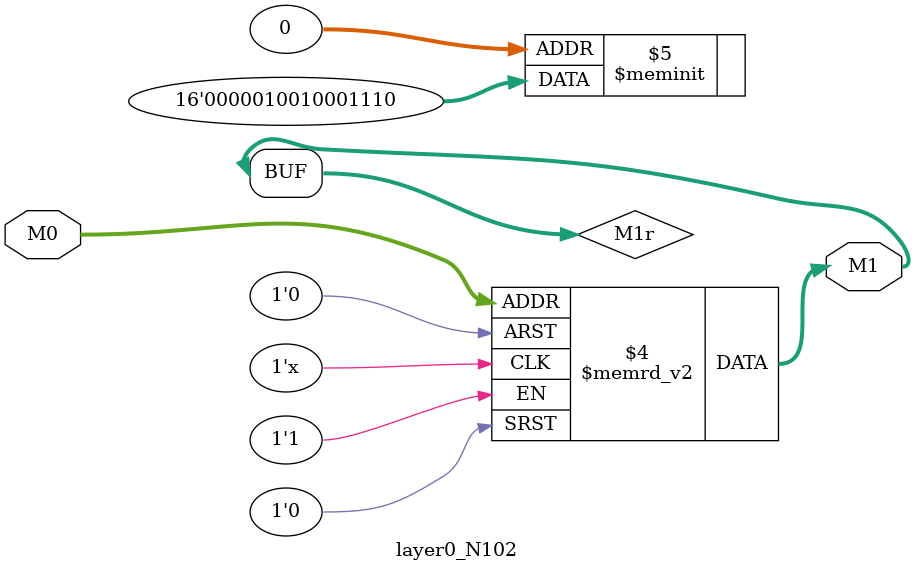
<source format=v>
module layer0_N102 ( input [2:0] M0, output [1:0] M1 );

	(*rom_style = "distributed" *) reg [1:0] M1r;
	assign M1 = M1r;
	always @ (M0) begin
		case (M0)
			3'b000: M1r = 2'b10;
			3'b100: M1r = 2'b00;
			3'b010: M1r = 2'b00;
			3'b110: M1r = 2'b00;
			3'b001: M1r = 2'b11;
			3'b101: M1r = 2'b01;
			3'b011: M1r = 2'b10;
			3'b111: M1r = 2'b00;

		endcase
	end
endmodule

</source>
